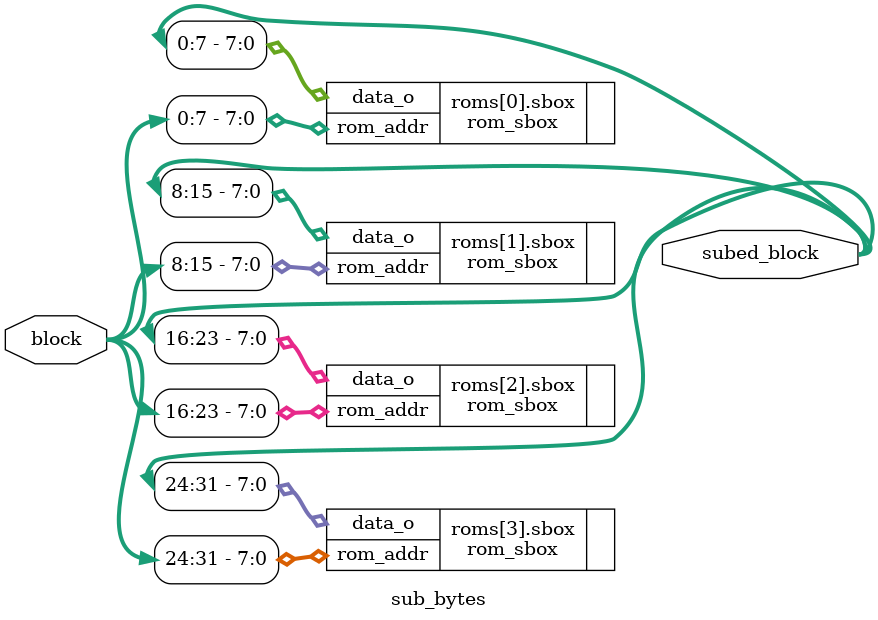
<source format=sv>
module sub_bytes #(parameter size = 4)(
    input [0:size*8-1] block,
    output reg [0:size*8-1] subed_block
);
    genvar i;

    generate
        for (i = 0; i < size; i = i + 1) begin : roms
            rom_sbox sbox 
                (.rom_addr(block[i*8 +: 8])
                ,.data_o(subed_block[i*8 +: 8]));
        end
    endgenerate
endmodule
</source>
